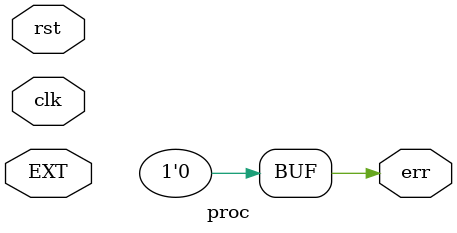
<source format=sv>

module proc(
    input clk, rst, EXT,
    output err
);

// Intermediate Signals
wire EXT_ID, EXT_EXE, EXT_MEM;
wire [31:0] interrupt_handling_addr, branch_jump_addr;
wire pc_next_sel;
wire pcJalSrc_ID, pcJalSrc_EXE;
wire [31:0] pc_FETCH, pc_ID, pc_EXE, pc_MEM, pc_WB;
wire [31:0] pcPlus4_FETCH, pcPlus4_ID, pcPlus4_EXE, pcPlus4_MEM, pcPlus4_WB;
wire [31:0] instr_FETCH, instr_ID, instr_EXE, instr_MEM, instr_WB;
wire err_FETCH, err_ID;
wire [4:0] rs1_ID, rs1_EXE, rs1_MEM, rs1_WB;
wire [4:0] rs2_ID, rs2_EXE, rs2_MEM, rs2_WB;
wire [4:0] rd_ID, rd_EXE, rd_MEM, rd_WB;
wire [31:0] rs1_data_ID, rs1_data_EXE, rs1_data_MEM, rs1_data_WB;
wire [31:0] rs2_data_ID, rs2_data_EXE, rs2_data_MEM, rs2_data_WB;
wire [31:0] imm_res_ID, imm_res_EXE;
wire reg_write_ID, reg_write_EXE, reg_write_MEM, reg_write_WB;
wire mem_write_en_ID, mem_write_en_EXE, mem_write_en_MEM;
wire mem_read_ID, mem_read_EXE, mem_read_MEM;
wire mem_sign_ID, mem_sign_EXE, mem_sign_MEM;
wire [1:0] mem_length_ID, mem_length_EXE, mem_length_MEM;
wire jump_ID, jump_EXE;
wire branch_ID, branch_EXE;
wire result_spcJalSrc_IDel_ID;

wire [1:0] result_sel_EXE, result_sel_MEM, result_sel_WB, alu_src_sel_B_ID;
wire [1:0] alu_src_sel_B_EXE, alu_src_sel_B_in, result_sel_out;
wire [4:0] alu_op_ID, alu_op_EXE;
wire [2:0] imm_ctrl_ID, imm_ctrl_EXE;
wire [1:0] forwarding_a, forwarding_b;
wire [31:0] alu_result_EXE, alu_result_MEM;
wire [31:0] mem_data_MEM, mem_data_WB;
wire err_FETCH_out, err_ID_out;
wire [31:0] write_data_WB, alu_result_WB;
wire [1:0] result_sel_ID;

wire [31:0] write_data_EXE, write_data_MEM;

wire interrupt_ctrl, interrupt_en, forwarding_mem;
wire flush_IF_ID, flush_ID_EXE, flush_EXE_MEM, stall_IF, stall_IF_ID, stall_ID_EXE;
wire jalr_en_ID, jalr_en_EXE;

assign err = 1'b0;

// Fetch
fetch fetch(
    // Input
    .clk(clk), 
    .rst(rst), 
    .EXT_in(EXT), 
    .interrupt_en(interrupt_en),
    .interrupt_handling_addr(interrupt_handling_addr),
    .branch_jump_addr(branch_jump_addr), 
    .alu_result_EXE(alu_result_EXE),
    .pc_next_sel(pc_next_sel), 
    .pcJalSrc_EXE(pcJalSrc_EXE),
    .stall(stall_IF),
    .jalr_en(jalr_en_EXE),
    // Output
    .pcPlus4(pcPlus4_FETCH), 
    .pc(pc_FETCH),
    .instr(instr_FETCH),
    .err(err_FETCH)
);

// IF_ID
IF_ID IF_ID(
    // Input
    .clk(clk), 
    .rst(rst), 
    .err_in(err_FETCH),
    .EXT(EXT), 
    .pc_in(pc_FETCH),
    .instr_in(instr_FETCH),
    .pcPlus4_in(pcPlus4_FETCH),
    .stall(stall_IF_ID),
    .flush(flush_IF_ID),
    // Output
    .err_out(err_FETCH_out),
    .EXT_out(EXT_ID), 
    .pc_out(pc_ID),
    .instr_out(instr_ID),
    .pcPlus4_out(pcPlus4_ID)
);


// Decode
decode decode(
    // Input
    .clk(clk),
    .rst(rst),
    .instr(instr_ID),
    .writeData(write_data_WB), // from WB stage
    .reg_write_WB(reg_write_WB),
    .rd_WB(rd_WB),
    // Outputs
    .imm_res_ID(imm_res_ID),
    .reg_write_ID(reg_write_ID), 
    .mem_write_en_ID(mem_write_en_ID), 
    .jump_ID(jump_ID), 
    .branch_ID(branch_ID),
    .result_sel_ID(result_sel_ID),
    .pcJalSrc_ID(pcJalSrc_ID),
    .alu_src_sel_B_ID(alu_src_sel_B_ID),
    .alu_src_sel_A_ID(), // TODO do we need
    .alu_op_ID(alu_op_ID),
    .imm_ctrl_ID(imm_ctrl_ID),
    .instr_12_ID(), 
    .instr_14_ID(),
    .rs1_ID(rs1_ID), 
    .rs2_ID(rs2_ID), 
    .rd_ID(rd_ID),
    .rs1_data_ID(rs1_data_ID), 
    .rs2_data_ID(rs2_data_ID),
    .mem_read_ID(mem_read_ID), 
    .mem_sign_ID(mem_sign_ID),
    .mem_length_ID(mem_length_ID),
    .jalr_en_ID(jalr_en_ID),
    .err_ID(err_ID)
);

// ID_EXE
ID_EX ID_EX(
    // Input
    .clk(clk), 
    .rst(rst), 
    .stall(stall_ID_EXE),
    .err_in(err_ID), // TODO do we need
    .EXT(EXT_ID), 
    .flush(flush_ID_EXE),
    .pc_in(pc_ID),
    .pcPlus4_in(pcPlus4_ID),
    .rs1_data_in(rs1_data_ID), 
    .rs2_data_in(rs2_data_ID),
    .imm_res_in(imm_res_ID),
    .rs1_in(rs1_ID), 
    .rs2_in(rs2_ID), 
    .rd_in(rd_ID),
    .reg_write_in(reg_write_ID), 
    .mem_write_en_in(mem_write_en_ID), 
    .jump_in(jump_ID), 
    .branch_in(branch_ID),
    .result_sel_in(result_sel_ID),
    .pcJalSrc_in(pcJalSrc_ID),
    .alu_src_sel_B_in(alu_src_sel_B_ID),
    .alu_src_sel_A_in(), 
    .alu_op_in(alu_op_ID),
    .imm_ctrl_in(imm_ctrl_ID),
    .mem_read_in(mem_read_ID),
    .mem_sign_in(mem_sign_ID),
    .mem_length_in(mem_length_ID),
    .instr_in(instr_ID),
    .jalr_en_in(jalr_en_ID),
    // Output
    .err_out(err_ID_out),
    .EXT_out(EXT_EXE),
    .pc_out(pc_EXE), 
    .pcPlus4_out(pcPlus4_EXE),
    .rs1_data_out(rs1_data_EXE), 
    .rs2_data_out(rs2_data_EXE),
    .imm_res_out(imm_res_EXE),
    .rs1_out(rs1_EXE), 
    .rs2_out(rs2_EXE), 
    .rd_out(rd_EXE),
    .reg_write_out(reg_write_EXE), 
    .mem_write_en_out(mem_write_en_EXE), 
    .jump_out(jump_EXE), 
    .branch_out(branch_EXE),
    .result_sel_out(result_sel_EXE),
    .pcJalSrc_out(pcJalSrc_EXE),
    .alu_src_sel_B_out(alu_src_sel_B_EXE),
    .alu_src_sel_A_out(), 
    .alu_op_out(alu_op_EXE),
    .imm_ctrl_out(imm_ctrl_EXE),
    .mem_read_out(mem_read_EXE),
    .mem_sign_out(mem_sign_EXE),
    .mem_length_out(mem_length_EXE),
    .jalr_en_out(jalr_en_EXE),
    .instr_out(instr_EXE)
);

// Execute
execute execute(
    // Input
    .rst(rst), 
    .EXT(EXT_EXE),
    .pcPlus4_in(pcPlus4_EXE), 
    .pc_in(pc_EXE),
    .instr_in(instr_EXE),
    .jump_EXE(jump_EXE), 
    .branch_EXE(branch_EXE),
    .alu_src_sel_B_EXE(alu_src_sel_B_EXE),
    .imm_ctrl_EXE(imm_ctrl_EXE),
    .aluOp(alu_op_EXE),
    .rs1_EXE(rs1_EXE), 
    .rs2_EXE(rs2_EXE), 
    .rd_EXE(rd_EXE),
    .rs1_data_EXE(rs1_data_EXE), 
    .rs2_data_EXE(rs2_data_EXE), // rs2_data = write_data_MEM
    .imm_res_EXE(imm_res_EXE),
    // Forwarding
    .forwarding_a(forwarding_a), 
    .forwarding_b(forwarding_b),
    .rs1_data_MEM(alu_result_MEM),
    .rs2_data_MEM(alu_result_MEM),
    .rs1_data_WB(write_data_WB),
    .rs2_data_WB(write_data_WB),
    // Output
    .EXT_out(EXT_EXE),
    .pc_next_sel(pc_next_sel),
    .branch_jump_addr(branch_jump_addr),
    .alu_result_EXE(alu_result_EXE) ,   // Result of computation
    .write_data_EXE(write_data_EXE)
);

// EX_ME
EX_ME EX_ME(
    // Inputs
    .clk(clk), 
    .rst(rst), 
    .EXT(EXT_EXE), 
    .stall(1'b0),
    .flush(flush_EXE_MEM),
    .pc_in(pc_EXE),
    .pcPlus4_in(pcPlus4_EXE),
    .rs1_data_in(rs1_data_EXE), 
    .rs2_data_in(rs2_data_EXE),
    .rs1_in(rs1_EXE), 
    .rs2_in(rs2_EXE), 
    .rd_in(rd_EXE),
    .reg_write_in(reg_write_EXE), 
    .mem_write_en_in(mem_write_en_EXE),
    .result_sel_in(result_sel_EXE),
    .mem_sign_in(mem_sign_EXE),
    .mem_length_in(mem_length_EXE),
    .mem_read_in(mem_read_EXE),
    .alu_result_in(alu_result_EXE),
    .write_data_in(write_data_EXE),
    // Outputs
    .pc_out(pc_MEM), 
    .pcPlus4_out(pcPlus4_MEM),
    .rs1_data_out(rs1_data_MEM), 
    .rs2_data_out(rs2_data_MEM),
    .rs1_out(rs1_MEM), 
    .rs2_out(rs2_MEM), 
    .rd_out(rd_MEM),
    .reg_write_out(reg_write_MEM), 
    .mem_write_en_out(mem_write_en_MEM),
    .result_sel_out(result_sel_MEM),
    .mem_sign_out(mem_sign_MEM),
    .mem_length_out(mem_length_MEM),
    .mem_read_out(mem_read_MEM),
    .alu_result_out(alu_result_MEM),
    .write_data_out(write_data_MEM),
    .EXT_out(EXT_MEM)
);

// Forwarding mem mux
wire [31:0] input_mem_data;
assign input_mem_data = (forwarding_mem) ? write_data_WB : write_data_MEM;

// Memory
memory memory(
    // Input
    .clk(clk),
    .rst(rst),
    .reg_write_MEM(reg_write_MEM), 
    .mem_write_en_MEM(mem_write_en_MEM), 
    .mem_read_en_MEM(mem_read_MEM),
    .length_MEM(mem_length_MEM),
    .sign_MEM(mem_sign_MEM),
    .alu_result_MEM(alu_result_MEM),
    .write_data_MEM(input_mem_data),
    // Output
    .mem_data_MEM(mem_data_MEM)
);

// ME_WB
ME_WB ME_WB(
    // Inputs
    .clk(clk), 
    .rst(rst), 
    .stall(1'b0),
    .pc_in(pc_MEM),
    .pcPlus4_in(pcPlus4_MEM),
    .rs1_data_in(rs1_data_MEM), 
    .rs2_data_in(rs2_data_MEM),
    .rs1_in(rs1_MEM), 
    .rs2_in(rs2_MEM), 
    .rd_in(rd_MEM),
    .reg_write_in(reg_write_MEM), 
    .mem_data_in(mem_data_MEM),
    .result_sel_in(result_sel_MEM),
    .alu_result_in(alu_result_MEM),
    // Outputs
    .pc_out(pc_WB), 
    .pcPlus4_out(pcPlus4_WB),
    .rs1_data_out(rs1_data_WB), 
    .rs2_data_out(rs2_data_WB),
    .rs1_out(rs1_WB), 
    .rs2_out(rs2_WB), 
    .rd_out(rd_WB),
    .reg_write_out(reg_write_WB), 
    .mem_data_out(mem_data_WB),
    .result_sel_out(result_sel_WB),
    .alu_result_out(alu_result_WB)
);

// Writeback
writeback writeback(
    // Input
    .result_set_WB(result_sel_WB),
    .alu_result_WB(alu_result_WB),
    .mem_data_WB(mem_data_WB),
    .pcPlus4_WB(pcPlus4_WB),
    // Output
    .write_data_WB(write_data_WB)
);

// Hazard Detection
hazard_detection hazard_detection(
    // Input
    .mem_write_en_ID(mem_write_en_ID), 
    .interrupt_ctrl(interrupt_ctrl),
    .rs1_ID(rs1_ID), 
    .rs2_ID(rs2_ID),
    .pc_next_sel(pc_next_sel),
    .rs1_EXE(rs1_EXE), 
    .rs2_EXE(rs2_EXE), 
    .rd_EXE(rd_EXE),
    .result_sel_EXE(result_sel_EXE),
    .result_sel_MEM(result_sel_MEM),
    .rs1_MEM(rs1_MEM), 
    .rs2_MEM(rs2_MEM), 
    .rd_MEM(rd_MEM),
    .rd_WB(rd_WB), 
    .reg_write_WB(reg_write_WB),
    // Output
    .flush_IF_ID(flush_IF_ID), 
    .flush_ID_EXE(flush_ID_EXE), 
    .flush_EXE_MEM(flush_EXE_MEM),
    .stall_IF(stall_IF), 
    .stall_IF_ID(stall_IF_ID),
    .stall_ID_EXE(stall_ID_EXE),
    .interrupt_en(interrupt_en),
    .forwarding_A(forwarding_a), 
    .forwarding_B(forwarding_b),
    .forwarding_mem(forwarding_mem)
);

// Interrupt Handler
interrupt_handler interrupt_handler(
    // Input
    .clk(clk), 
    .rst(rst),
    .external(EXT_MEM),
    // Output
    .interrupt_handling_addr(interrupt_handling_addr),
    .interrupt_ctrl(interrupt_ctrl)
);


endmodule
</source>
